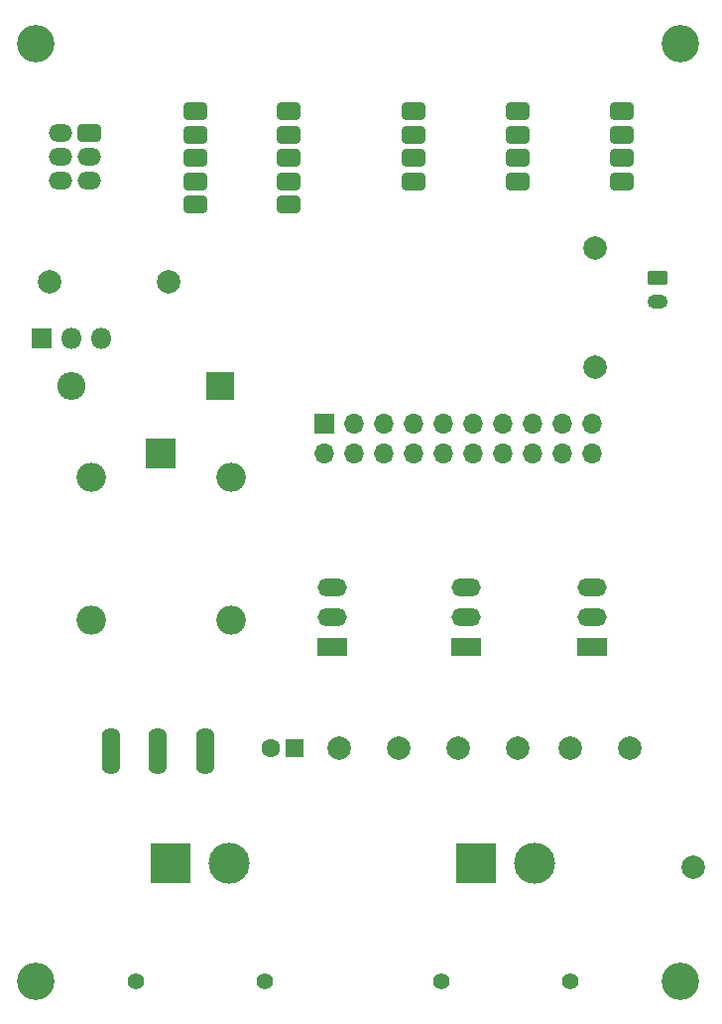
<source format=gbr>
%TF.GenerationSoftware,KiCad,Pcbnew,(6.0.0)*%
%TF.CreationDate,2022-05-13T18:08:34+02:00*%
%TF.ProjectId,Alimentation,416c696d-656e-4746-9174-696f6e2e6b69,rev?*%
%TF.SameCoordinates,Original*%
%TF.FileFunction,Soldermask,Top*%
%TF.FilePolarity,Negative*%
%FSLAX46Y46*%
G04 Gerber Fmt 4.6, Leading zero omitted, Abs format (unit mm)*
G04 Created by KiCad (PCBNEW (6.0.0)) date 2022-05-13 18:08:34*
%MOMM*%
%LPD*%
G01*
G04 APERTURE LIST*
G04 Aperture macros list*
%AMRoundRect*
0 Rectangle with rounded corners*
0 $1 Rounding radius*
0 $2 $3 $4 $5 $6 $7 $8 $9 X,Y pos of 4 corners*
0 Add a 4 corners polygon primitive as box body*
4,1,4,$2,$3,$4,$5,$6,$7,$8,$9,$2,$3,0*
0 Add four circle primitives for the rounded corners*
1,1,$1+$1,$2,$3*
1,1,$1+$1,$4,$5*
1,1,$1+$1,$6,$7*
1,1,$1+$1,$8,$9*
0 Add four rect primitives between the rounded corners*
20,1,$1+$1,$2,$3,$4,$5,0*
20,1,$1+$1,$4,$5,$6,$7,0*
20,1,$1+$1,$6,$7,$8,$9,0*
20,1,$1+$1,$8,$9,$2,$3,0*%
G04 Aperture macros list end*
%ADD10RoundRect,0.312500X-0.687500X0.437500X-0.687500X-0.437500X0.687500X-0.437500X0.687500X0.437500X0*%
%ADD11R,2.500000X2.500000*%
%ADD12O,2.500000X2.500000*%
%ADD13R,2.500000X1.500000*%
%ADD14O,2.500000X1.500000*%
%ADD15R,1.700000X1.700000*%
%ADD16O,1.700000X1.700000*%
%ADD17RoundRect,0.312500X0.687500X-0.437500X0.687500X0.437500X-0.687500X0.437500X-0.687500X-0.437500X0*%
%ADD18O,2.000000X1.500000*%
%ADD19R,2.400000X2.400000*%
%ADD20O,2.400000X2.400000*%
%ADD21C,2.000000*%
%ADD22C,3.200000*%
%ADD23C,1.400000*%
%ADD24R,3.500000X3.500000*%
%ADD25C,3.500000*%
%ADD26RoundRect,0.250000X-0.625000X0.350000X-0.625000X-0.350000X0.625000X-0.350000X0.625000X0.350000X0*%
%ADD27O,1.750000X1.200000*%
%ADD28R,1.800000X1.800000*%
%ADD29O,1.800000X1.800000*%
%ADD30R,1.600000X1.600000*%
%ADD31C,1.600000*%
%ADD32O,1.600000X4.000000*%
G04 APERTURE END LIST*
D10*
%TO.C,J1*%
X143002000Y-46228000D03*
X143002000Y-48228000D03*
X143002000Y-50228000D03*
X143002000Y-52228000D03*
%TD*%
%TO.C,J2*%
X134112000Y-46228000D03*
X134112000Y-48228000D03*
X134112000Y-50228000D03*
X134112000Y-52228000D03*
%TD*%
%TO.C,J3*%
X125222000Y-46228000D03*
X125222000Y-48228000D03*
X125222000Y-50228000D03*
X125222000Y-52228000D03*
%TD*%
%TO.C,J4*%
X114554000Y-46228000D03*
X114554000Y-48228000D03*
X114554000Y-50228000D03*
X114554000Y-52228000D03*
X114554000Y-54228000D03*
%TD*%
%TO.C,J5*%
X106553000Y-46228000D03*
X106553000Y-48228000D03*
X106553000Y-50228000D03*
X106553000Y-52228000D03*
X106553000Y-54228000D03*
%TD*%
D11*
%TO.C,K1*%
X103632000Y-75438000D03*
D12*
X97632000Y-77438000D03*
X97632000Y-89638000D03*
X109632000Y-89638000D03*
X109632000Y-77438000D03*
%TD*%
D13*
%TO.C,U2*%
X129667000Y-91948000D03*
D14*
X129667000Y-89408000D03*
X129667000Y-86868000D03*
%TD*%
D13*
%TO.C,U3*%
X118237000Y-91948000D03*
D14*
X118237000Y-89408000D03*
X118237000Y-86868000D03*
%TD*%
D15*
%TO.C,J7*%
X117602000Y-72898000D03*
D16*
X117602000Y-75438000D03*
X120142000Y-72898000D03*
X120142000Y-75438000D03*
X122682000Y-72898000D03*
X122682000Y-75438000D03*
X125222000Y-72898000D03*
X125222000Y-75438000D03*
X127762000Y-72898000D03*
X127762000Y-75438000D03*
X130302000Y-72898000D03*
X130302000Y-75438000D03*
X132842000Y-72898000D03*
X132842000Y-75438000D03*
X135382000Y-72898000D03*
X135382000Y-75438000D03*
X137922000Y-72898000D03*
X137922000Y-75438000D03*
X140462000Y-72898000D03*
X140462000Y-75438000D03*
%TD*%
D17*
%TO.C,J6*%
X97482000Y-48133000D03*
D18*
X95082000Y-48133000D03*
X97482000Y-50133000D03*
X95082000Y-50133000D03*
X97482000Y-52133000D03*
X95082000Y-52133000D03*
%TD*%
D19*
%TO.C,D1*%
X108712000Y-69723000D03*
D20*
X96012000Y-69723000D03*
%TD*%
D13*
%TO.C,U1*%
X140462000Y-91948000D03*
D14*
X140462000Y-89408000D03*
X140462000Y-86868000D03*
%TD*%
D21*
%TO.C,R1*%
X104267000Y-60833000D03*
X94107000Y-60833000D03*
%TD*%
D22*
%TO.C,REF\u002A\u002A*%
X147952000Y-40448000D03*
%TD*%
%TO.C,REF\u002A\u002A*%
X92952000Y-120448000D03*
%TD*%
D23*
%TO.C,J8*%
X138556000Y-120448000D03*
X127556000Y-120448000D03*
D24*
X130556000Y-110448000D03*
D25*
X135556000Y-110448000D03*
%TD*%
D23*
%TO.C,J9*%
X112452000Y-120448000D03*
X101452000Y-120448000D03*
D24*
X104452000Y-110448000D03*
D25*
X109452000Y-110448000D03*
%TD*%
D26*
%TO.C,J10*%
X146050000Y-60452000D03*
D27*
X146050000Y-62452000D03*
%TD*%
D28*
%TO.C,Q1*%
X93472000Y-65653000D03*
D29*
X96012000Y-65653000D03*
X98552000Y-65653000D03*
%TD*%
D22*
%TO.C,REF\u002A\u002A*%
X92952000Y-40448000D03*
%TD*%
%TO.C,REF\u002A\u002A*%
X147952000Y-120448000D03*
%TD*%
D21*
%TO.C,F2*%
X134112000Y-100584000D03*
X129032000Y-100584000D03*
%TD*%
D30*
%TO.C,C1*%
X115001113Y-100584000D03*
D31*
X113001113Y-100584000D03*
%TD*%
D32*
%TO.C,SW1*%
X99378000Y-100838000D03*
X103378000Y-100838000D03*
X107378000Y-100838000D03*
%TD*%
D21*
%TO.C,TP13*%
X149098000Y-110744000D03*
%TD*%
%TO.C,F3*%
X118862000Y-100584000D03*
X123942000Y-100584000D03*
%TD*%
%TO.C,R2*%
X140716000Y-68072000D03*
X140716000Y-57912000D03*
%TD*%
%TO.C,F1*%
X138547000Y-100584000D03*
X143627000Y-100584000D03*
%TD*%
M02*

</source>
